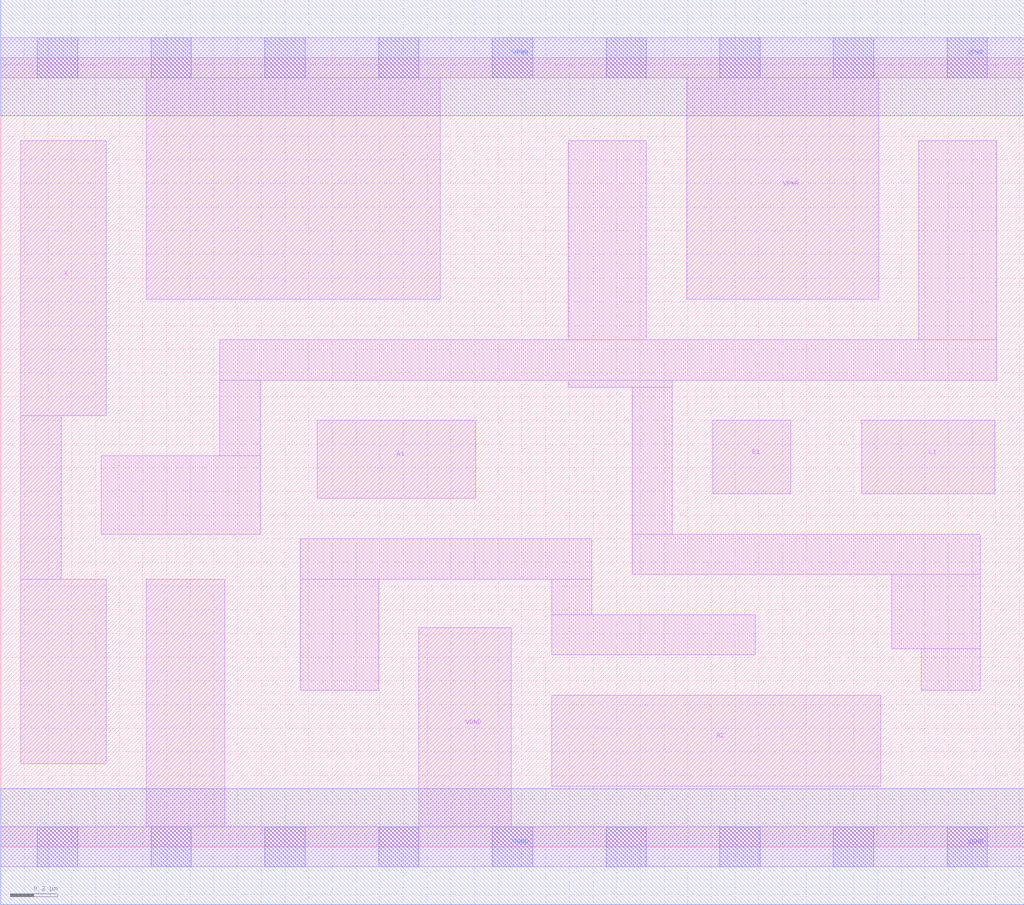
<source format=lef>
# Copyright 2020 The SkyWater PDK Authors
#
# Licensed under the Apache License, Version 2.0 (the "License");
# you may not use this file except in compliance with the License.
# You may obtain a copy of the License at
#
#     https://www.apache.org/licenses/LICENSE-2.0
#
# Unless required by applicable law or agreed to in writing, software
# distributed under the License is distributed on an "AS IS" BASIS,
# WITHOUT WARRANTIES OR CONDITIONS OF ANY KIND, either express or implied.
# See the License for the specific language governing permissions and
# limitations under the License.
#
# SPDX-License-Identifier: Apache-2.0

VERSION 5.7 ;
  NAMESCASESENSITIVE ON ;
  NOWIREEXTENSIONATPIN ON ;
  DIVIDERCHAR "/" ;
  BUSBITCHARS "[]" ;
UNITS
  DATABASE MICRONS 200 ;
END UNITS
MACRO sky130_fd_sc_ls__o211a_1
  CLASS CORE ;
  SOURCE USER ;
  FOREIGN sky130_fd_sc_ls__o211a_1 ;
  ORIGIN  0.000000  0.000000 ;
  SIZE  4.320000 BY  3.330000 ;
  SYMMETRY X Y ;
  SITE unit ;
  PIN A1
    ANTENNAGATEAREA  0.246000 ;
    DIRECTION INPUT ;
    USE SIGNAL ;
    PORT
      LAYER li1 ;
        RECT 1.335000 1.470000 2.005000 1.800000 ;
    END
  END A1
  PIN A2
    ANTENNAGATEAREA  0.246000 ;
    DIRECTION INPUT ;
    USE SIGNAL ;
    PORT
      LAYER li1 ;
        RECT 2.325000 0.255000 3.715000 0.640000 ;
    END
  END A2
  PIN B1
    ANTENNAGATEAREA  0.246000 ;
    DIRECTION INPUT ;
    USE SIGNAL ;
    PORT
      LAYER li1 ;
        RECT 3.005000 1.490000 3.335000 1.800000 ;
    END
  END B1
  PIN C1
    ANTENNAGATEAREA  0.246000 ;
    DIRECTION INPUT ;
    USE SIGNAL ;
    PORT
      LAYER li1 ;
        RECT 3.635000 1.490000 4.195000 1.800000 ;
    END
  END C1
  PIN X
    ANTENNADIFFAREA  0.541300 ;
    DIRECTION OUTPUT ;
    USE SIGNAL ;
    PORT
      LAYER li1 ;
        RECT 0.085000 0.350000 0.445000 1.130000 ;
        RECT 0.085000 1.130000 0.255000 1.820000 ;
        RECT 0.085000 1.820000 0.445000 2.980000 ;
    END
  END X
  PIN VGND
    DIRECTION INOUT ;
    SHAPE ABUTMENT ;
    USE GROUND ;
    PORT
      LAYER li1 ;
        RECT 0.000000 -0.085000 4.320000 0.085000 ;
        RECT 0.615000  0.085000 0.945000 1.130000 ;
        RECT 1.765000  0.085000 2.155000 0.925000 ;
      LAYER mcon ;
        RECT 0.155000 -0.085000 0.325000 0.085000 ;
        RECT 0.635000 -0.085000 0.805000 0.085000 ;
        RECT 1.115000 -0.085000 1.285000 0.085000 ;
        RECT 1.595000 -0.085000 1.765000 0.085000 ;
        RECT 2.075000 -0.085000 2.245000 0.085000 ;
        RECT 2.555000 -0.085000 2.725000 0.085000 ;
        RECT 3.035000 -0.085000 3.205000 0.085000 ;
        RECT 3.515000 -0.085000 3.685000 0.085000 ;
        RECT 3.995000 -0.085000 4.165000 0.085000 ;
      LAYER met1 ;
        RECT 0.000000 -0.245000 4.320000 0.245000 ;
    END
  END VGND
  PIN VPWR
    DIRECTION INOUT ;
    SHAPE ABUTMENT ;
    USE POWER ;
    PORT
      LAYER li1 ;
        RECT 0.000000 3.245000 4.320000 3.415000 ;
        RECT 0.615000 2.310000 1.855000 3.245000 ;
        RECT 2.895000 2.310000 3.705000 3.245000 ;
      LAYER mcon ;
        RECT 0.155000 3.245000 0.325000 3.415000 ;
        RECT 0.635000 3.245000 0.805000 3.415000 ;
        RECT 1.115000 3.245000 1.285000 3.415000 ;
        RECT 1.595000 3.245000 1.765000 3.415000 ;
        RECT 2.075000 3.245000 2.245000 3.415000 ;
        RECT 2.555000 3.245000 2.725000 3.415000 ;
        RECT 3.035000 3.245000 3.205000 3.415000 ;
        RECT 3.515000 3.245000 3.685000 3.415000 ;
        RECT 3.995000 3.245000 4.165000 3.415000 ;
      LAYER met1 ;
        RECT 0.000000 3.085000 4.320000 3.575000 ;
    END
  END VPWR
  OBS
    LAYER li1 ;
      RECT 0.425000 1.320000 1.095000 1.650000 ;
      RECT 0.925000 1.650000 1.095000 1.970000 ;
      RECT 0.925000 1.970000 4.205000 2.140000 ;
      RECT 1.265000 0.660000 1.595000 1.130000 ;
      RECT 1.265000 1.130000 2.495000 1.300000 ;
      RECT 2.325000 0.810000 3.185000 0.980000 ;
      RECT 2.325000 0.980000 2.495000 1.130000 ;
      RECT 2.395000 1.940000 2.835000 1.970000 ;
      RECT 2.395000 2.140000 2.725000 2.980000 ;
      RECT 2.665000 1.150000 4.135000 1.320000 ;
      RECT 2.665000 1.320000 2.835000 1.940000 ;
      RECT 3.760000 0.835000 4.135000 1.150000 ;
      RECT 3.875000 2.140000 4.205000 2.980000 ;
      RECT 3.885000 0.660000 4.135000 0.835000 ;
  END
END sky130_fd_sc_ls__o211a_1

</source>
